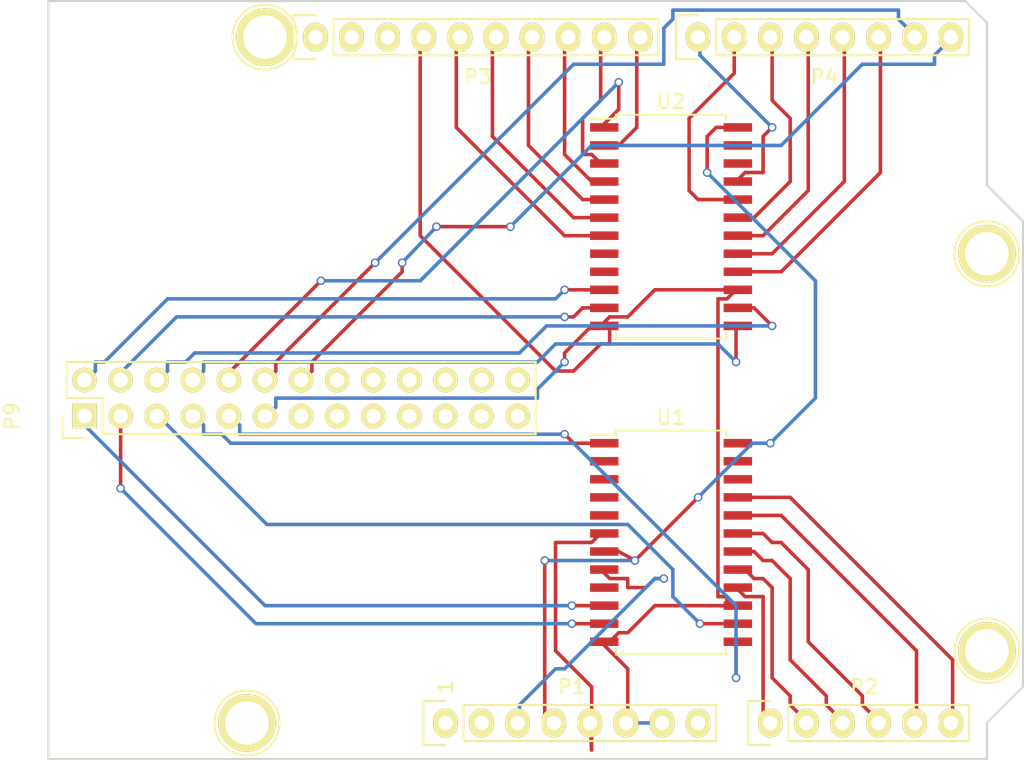
<source format=kicad_pcb>
(kicad_pcb (version 4) (host pcbnew 4.0.4+dfsg1-stable)

  (general
    (links 42)
    (no_connects 0)
    (area 110.922999 72.949999 179.653001 126.440001)
    (thickness 1.6)
    (drawings 10)
    (tracks 308)
    (zones 0)
    (modules 11)
    (nets 69)
  )

  (page A4)
  (title_block
    (date "lun. 30 mars 2015")
  )

  (layers
    (0 F.Cu signal)
    (31 B.Cu signal)
    (32 B.Adhes user)
    (33 F.Adhes user)
    (34 B.Paste user)
    (35 F.Paste user)
    (36 B.SilkS user)
    (37 F.SilkS user)
    (38 B.Mask user)
    (39 F.Mask user)
    (40 Dwgs.User user)
    (41 Cmts.User user)
    (42 Eco1.User user)
    (43 Eco2.User user)
    (44 Edge.Cuts user)
    (45 Margin user)
    (46 B.CrtYd user)
    (47 F.CrtYd user)
    (48 B.Fab user)
    (49 F.Fab user)
  )

  (setup
    (last_trace_width 0.25)
    (trace_clearance 0.2)
    (zone_clearance 0.508)
    (zone_45_only no)
    (trace_min 0.2)
    (segment_width 0.15)
    (edge_width 0.15)
    (via_size 0.6)
    (via_drill 0.4)
    (via_min_size 0.4)
    (via_min_drill 0.3)
    (uvia_size 0.3)
    (uvia_drill 0.1)
    (uvias_allowed no)
    (uvia_min_size 0.2)
    (uvia_min_drill 0.1)
    (pcb_text_width 0.3)
    (pcb_text_size 1.5 1.5)
    (mod_edge_width 0.15)
    (mod_text_size 1 1)
    (mod_text_width 0.15)
    (pad_size 4.064 4.064)
    (pad_drill 3.048)
    (pad_to_mask_clearance 0)
    (aux_axis_origin 110.998 126.365)
    (grid_origin 110.998 126.365)
    (visible_elements FFFFFF7F)
    (pcbplotparams
      (layerselection 0x00030_80000001)
      (usegerberextensions false)
      (excludeedgelayer true)
      (linewidth 0.100000)
      (plotframeref false)
      (viasonmask false)
      (mode 1)
      (useauxorigin false)
      (hpglpennumber 1)
      (hpglpenspeed 20)
      (hpglpendiameter 15)
      (hpglpenoverlay 2)
      (psnegative false)
      (psa4output false)
      (plotreference true)
      (plotvalue true)
      (plotinvisibletext false)
      (padsonsilk false)
      (subtractmaskfromsilk false)
      (outputformat 1)
      (mirror false)
      (drillshape 1)
      (scaleselection 1)
      (outputdirectory ""))
  )

  (net 0 "")
  (net 1 /IOREF)
  (net 2 /Reset)
  (net 3 +5V)
  (net 4 GND)
  (net 5 /Vin)
  (net 6 /A0)
  (net 7 /A1)
  (net 8 /A2)
  (net 9 /A3)
  (net 10 /AREF)
  (net 11 "/A4(SDA)")
  (net 12 "/A5(SCL)")
  (net 13 "/9(**)")
  (net 14 /8)
  (net 15 /7)
  (net 16 "/6(**)")
  (net 17 "/5(**)")
  (net 18 /4)
  (net 19 "/3(**)")
  (net 20 /2)
  (net 21 "/1(Tx)")
  (net 22 "/0(Rx)")
  (net 23 "Net-(P5-Pad1)")
  (net 24 "Net-(P6-Pad1)")
  (net 25 "Net-(P7-Pad1)")
  (net 26 "Net-(P8-Pad1)")
  (net 27 "/13(SCK)")
  (net 28 "/10(**/SS)")
  (net 29 "Net-(P1-Pad1)")
  (net 30 +3V3)
  (net 31 "/12(MISO)")
  (net 32 "/11(**/MOSI)")
  (net 33 "Net-(P9-Pad1)")
  (net 34 "Net-(P9-Pad2)")
  (net 35 "Net-(P9-Pad3)")
  (net 36 "Net-(P9-Pad4)")
  (net 37 "Net-(P9-Pad5)")
  (net 38 "Net-(P9-Pad6)")
  (net 39 "Net-(P9-Pad7)")
  (net 40 "Net-(P9-Pad8)")
  (net 41 "Net-(P9-Pad9)")
  (net 42 "Net-(P9-Pad10)")
  (net 43 "Net-(P9-Pad13)")
  (net 44 "Net-(P9-Pad15)")
  (net 45 "Net-(P9-Pad16)")
  (net 46 "Net-(P9-Pad17)")
  (net 47 "Net-(P9-Pad18)")
  (net 48 "Net-(P9-Pad19)")
  (net 49 "Net-(P9-Pad20)")
  (net 50 "Net-(P9-Pad21)")
  (net 51 "Net-(P9-Pad22)")
  (net 52 "Net-(P9-Pad23)")
  (net 53 "Net-(P9-Pad24)")
  (net 54 "Net-(P9-Pad25)")
  (net 55 "Net-(P9-Pad26)")
  (net 56 "Net-(U1-Pad2)")
  (net 57 "Net-(U1-Pad3)")
  (net 58 "Net-(U1-Pad4)")
  (net 59 "Net-(U1-Pad5)")
  (net 60 "Net-(U1-Pad22)")
  (net 61 "Net-(U1-Pad23)")
  (net 62 "Net-(U2-Pad22)")
  (net 63 "Net-(U2-Pad23)")
  (net 64 "Net-(U2-Pad8)")
  (net 65 "Net-(U2-Pad9)")
  (net 66 "/A5(SCL)(2)")
  (net 67 "/A4(SDA)(2)")
  (net 68 "Net-(U1-Pad9)")

  (net_class Default "This is the default net class."
    (clearance 0.2)
    (trace_width 0.25)
    (via_dia 0.6)
    (via_drill 0.4)
    (uvia_dia 0.3)
    (uvia_drill 0.1)
    (add_net +3V3)
    (add_net +5V)
    (add_net "/0(Rx)")
    (add_net "/1(Tx)")
    (add_net "/10(**/SS)")
    (add_net "/11(**/MOSI)")
    (add_net "/12(MISO)")
    (add_net "/13(SCK)")
    (add_net /2)
    (add_net "/3(**)")
    (add_net /4)
    (add_net "/5(**)")
    (add_net "/6(**)")
    (add_net /7)
    (add_net /8)
    (add_net "/9(**)")
    (add_net /A0)
    (add_net /A1)
    (add_net /A2)
    (add_net /A3)
    (add_net "/A4(SDA)")
    (add_net "/A4(SDA)(2)")
    (add_net "/A5(SCL)")
    (add_net "/A5(SCL)(2)")
    (add_net /AREF)
    (add_net /IOREF)
    (add_net /Reset)
    (add_net /Vin)
    (add_net GND)
    (add_net "Net-(P1-Pad1)")
    (add_net "Net-(P5-Pad1)")
    (add_net "Net-(P6-Pad1)")
    (add_net "Net-(P7-Pad1)")
    (add_net "Net-(P8-Pad1)")
    (add_net "Net-(P9-Pad1)")
    (add_net "Net-(P9-Pad10)")
    (add_net "Net-(P9-Pad13)")
    (add_net "Net-(P9-Pad15)")
    (add_net "Net-(P9-Pad16)")
    (add_net "Net-(P9-Pad17)")
    (add_net "Net-(P9-Pad18)")
    (add_net "Net-(P9-Pad19)")
    (add_net "Net-(P9-Pad2)")
    (add_net "Net-(P9-Pad20)")
    (add_net "Net-(P9-Pad21)")
    (add_net "Net-(P9-Pad22)")
    (add_net "Net-(P9-Pad23)")
    (add_net "Net-(P9-Pad24)")
    (add_net "Net-(P9-Pad25)")
    (add_net "Net-(P9-Pad26)")
    (add_net "Net-(P9-Pad3)")
    (add_net "Net-(P9-Pad4)")
    (add_net "Net-(P9-Pad5)")
    (add_net "Net-(P9-Pad6)")
    (add_net "Net-(P9-Pad7)")
    (add_net "Net-(P9-Pad8)")
    (add_net "Net-(P9-Pad9)")
    (add_net "Net-(U1-Pad2)")
    (add_net "Net-(U1-Pad22)")
    (add_net "Net-(U1-Pad23)")
    (add_net "Net-(U1-Pad3)")
    (add_net "Net-(U1-Pad4)")
    (add_net "Net-(U1-Pad5)")
    (add_net "Net-(U1-Pad9)")
    (add_net "Net-(U2-Pad22)")
    (add_net "Net-(U2-Pad23)")
    (add_net "Net-(U2-Pad8)")
    (add_net "Net-(U2-Pad9)")
  )

  (module Socket_Arduino_Uno:Socket_Strip_Arduino_1x08 locked (layer F.Cu) (tedit 552168D2) (tstamp 551AF9EA)
    (at 138.938 123.825)
    (descr "Through hole socket strip")
    (tags "socket strip")
    (path /56D70129)
    (fp_text reference P1 (at 8.89 -2.54) (layer F.SilkS)
      (effects (font (size 1 1) (thickness 0.15)))
    )
    (fp_text value Power (at 8.89 -4.064) (layer F.Fab)
      (effects (font (size 1 1) (thickness 0.15)))
    )
    (fp_line (start -1.75 -1.75) (end -1.75 1.75) (layer F.CrtYd) (width 0.05))
    (fp_line (start 19.55 -1.75) (end 19.55 1.75) (layer F.CrtYd) (width 0.05))
    (fp_line (start -1.75 -1.75) (end 19.55 -1.75) (layer F.CrtYd) (width 0.05))
    (fp_line (start -1.75 1.75) (end 19.55 1.75) (layer F.CrtYd) (width 0.05))
    (fp_line (start 1.27 1.27) (end 19.05 1.27) (layer F.SilkS) (width 0.15))
    (fp_line (start 19.05 1.27) (end 19.05 -1.27) (layer F.SilkS) (width 0.15))
    (fp_line (start 19.05 -1.27) (end 1.27 -1.27) (layer F.SilkS) (width 0.15))
    (fp_line (start -1.55 1.55) (end 0 1.55) (layer F.SilkS) (width 0.15))
    (fp_line (start 1.27 1.27) (end 1.27 -1.27) (layer F.SilkS) (width 0.15))
    (fp_line (start 0 -1.55) (end -1.55 -1.55) (layer F.SilkS) (width 0.15))
    (fp_line (start -1.55 -1.55) (end -1.55 1.55) (layer F.SilkS) (width 0.15))
    (pad 1 thru_hole oval (at 0 0) (size 1.7272 2.032) (drill 1.016) (layers *.Cu *.Mask F.SilkS)
      (net 29 "Net-(P1-Pad1)"))
    (pad 2 thru_hole oval (at 2.54 0) (size 1.7272 2.032) (drill 1.016) (layers *.Cu *.Mask F.SilkS)
      (net 1 /IOREF))
    (pad 3 thru_hole oval (at 5.08 0) (size 1.7272 2.032) (drill 1.016) (layers *.Cu *.Mask F.SilkS)
      (net 2 /Reset))
    (pad 4 thru_hole oval (at 7.62 0) (size 1.7272 2.032) (drill 1.016) (layers *.Cu *.Mask F.SilkS)
      (net 30 +3V3))
    (pad 5 thru_hole oval (at 10.16 0) (size 1.7272 2.032) (drill 1.016) (layers *.Cu *.Mask F.SilkS)
      (net 3 +5V))
    (pad 6 thru_hole oval (at 12.7 0) (size 1.7272 2.032) (drill 1.016) (layers *.Cu *.Mask F.SilkS)
      (net 4 GND))
    (pad 7 thru_hole oval (at 15.24 0) (size 1.7272 2.032) (drill 1.016) (layers *.Cu *.Mask F.SilkS)
      (net 4 GND))
    (pad 8 thru_hole oval (at 17.78 0) (size 1.7272 2.032) (drill 1.016) (layers *.Cu *.Mask F.SilkS)
      (net 5 /Vin))
    (model ${KIPRJMOD}/Socket_Arduino_Uno.3dshapes/Socket_header_Arduino_1x08.wrl
      (at (xyz 0.35 0 0))
      (scale (xyz 1 1 1))
      (rotate (xyz 0 0 180))
    )
  )

  (module Socket_Arduino_Uno:Socket_Strip_Arduino_1x06 locked (layer F.Cu) (tedit 552168D6) (tstamp 551AF9FF)
    (at 161.798 123.825)
    (descr "Through hole socket strip")
    (tags "socket strip")
    (path /56D70DD8)
    (fp_text reference P2 (at 6.604 -2.54) (layer F.SilkS)
      (effects (font (size 1 1) (thickness 0.15)))
    )
    (fp_text value Analog (at 6.604 -4.064) (layer F.Fab)
      (effects (font (size 1 1) (thickness 0.15)))
    )
    (fp_line (start -1.75 -1.75) (end -1.75 1.75) (layer F.CrtYd) (width 0.05))
    (fp_line (start 14.45 -1.75) (end 14.45 1.75) (layer F.CrtYd) (width 0.05))
    (fp_line (start -1.75 -1.75) (end 14.45 -1.75) (layer F.CrtYd) (width 0.05))
    (fp_line (start -1.75 1.75) (end 14.45 1.75) (layer F.CrtYd) (width 0.05))
    (fp_line (start 1.27 1.27) (end 13.97 1.27) (layer F.SilkS) (width 0.15))
    (fp_line (start 13.97 1.27) (end 13.97 -1.27) (layer F.SilkS) (width 0.15))
    (fp_line (start 13.97 -1.27) (end 1.27 -1.27) (layer F.SilkS) (width 0.15))
    (fp_line (start -1.55 1.55) (end 0 1.55) (layer F.SilkS) (width 0.15))
    (fp_line (start 1.27 1.27) (end 1.27 -1.27) (layer F.SilkS) (width 0.15))
    (fp_line (start 0 -1.55) (end -1.55 -1.55) (layer F.SilkS) (width 0.15))
    (fp_line (start -1.55 -1.55) (end -1.55 1.55) (layer F.SilkS) (width 0.15))
    (pad 1 thru_hole oval (at 0 0) (size 1.7272 2.032) (drill 1.016) (layers *.Cu *.Mask F.SilkS)
      (net 6 /A0))
    (pad 2 thru_hole oval (at 2.54 0) (size 1.7272 2.032) (drill 1.016) (layers *.Cu *.Mask F.SilkS)
      (net 7 /A1))
    (pad 3 thru_hole oval (at 5.08 0) (size 1.7272 2.032) (drill 1.016) (layers *.Cu *.Mask F.SilkS)
      (net 8 /A2))
    (pad 4 thru_hole oval (at 7.62 0) (size 1.7272 2.032) (drill 1.016) (layers *.Cu *.Mask F.SilkS)
      (net 9 /A3))
    (pad 5 thru_hole oval (at 10.16 0) (size 1.7272 2.032) (drill 1.016) (layers *.Cu *.Mask F.SilkS)
      (net 11 "/A4(SDA)"))
    (pad 6 thru_hole oval (at 12.7 0) (size 1.7272 2.032) (drill 1.016) (layers *.Cu *.Mask F.SilkS)
      (net 12 "/A5(SCL)"))
    (model ${KIPRJMOD}/Socket_Arduino_Uno.3dshapes/Socket_header_Arduino_1x06.wrl
      (at (xyz 0.25 0 0))
      (scale (xyz 1 1 1))
      (rotate (xyz 0 0 180))
    )
  )

  (module Socket_Arduino_Uno:Socket_Strip_Arduino_1x10 locked (layer F.Cu) (tedit 552168BF) (tstamp 551AFA18)
    (at 129.794 75.565)
    (descr "Through hole socket strip")
    (tags "socket strip")
    (path /56D721E0)
    (fp_text reference P3 (at 11.43 2.794) (layer F.SilkS)
      (effects (font (size 1 1) (thickness 0.15)))
    )
    (fp_text value Digital (at 11.43 4.318) (layer F.Fab)
      (effects (font (size 1 1) (thickness 0.15)))
    )
    (fp_line (start -1.75 -1.75) (end -1.75 1.75) (layer F.CrtYd) (width 0.05))
    (fp_line (start 24.65 -1.75) (end 24.65 1.75) (layer F.CrtYd) (width 0.05))
    (fp_line (start -1.75 -1.75) (end 24.65 -1.75) (layer F.CrtYd) (width 0.05))
    (fp_line (start -1.75 1.75) (end 24.65 1.75) (layer F.CrtYd) (width 0.05))
    (fp_line (start 1.27 1.27) (end 24.13 1.27) (layer F.SilkS) (width 0.15))
    (fp_line (start 24.13 1.27) (end 24.13 -1.27) (layer F.SilkS) (width 0.15))
    (fp_line (start 24.13 -1.27) (end 1.27 -1.27) (layer F.SilkS) (width 0.15))
    (fp_line (start -1.55 1.55) (end 0 1.55) (layer F.SilkS) (width 0.15))
    (fp_line (start 1.27 1.27) (end 1.27 -1.27) (layer F.SilkS) (width 0.15))
    (fp_line (start 0 -1.55) (end -1.55 -1.55) (layer F.SilkS) (width 0.15))
    (fp_line (start -1.55 -1.55) (end -1.55 1.55) (layer F.SilkS) (width 0.15))
    (pad 1 thru_hole oval (at 0 0) (size 1.7272 2.032) (drill 1.016) (layers *.Cu *.Mask F.SilkS)
      (net 66 "/A5(SCL)(2)"))
    (pad 2 thru_hole oval (at 2.54 0) (size 1.7272 2.032) (drill 1.016) (layers *.Cu *.Mask F.SilkS)
      (net 67 "/A4(SDA)(2)"))
    (pad 3 thru_hole oval (at 5.08 0) (size 1.7272 2.032) (drill 1.016) (layers *.Cu *.Mask F.SilkS)
      (net 10 /AREF))
    (pad 4 thru_hole oval (at 7.62 0) (size 1.7272 2.032) (drill 1.016) (layers *.Cu *.Mask F.SilkS)
      (net 4 GND))
    (pad 5 thru_hole oval (at 10.16 0) (size 1.7272 2.032) (drill 1.016) (layers *.Cu *.Mask F.SilkS)
      (net 27 "/13(SCK)"))
    (pad 6 thru_hole oval (at 12.7 0) (size 1.7272 2.032) (drill 1.016) (layers *.Cu *.Mask F.SilkS)
      (net 31 "/12(MISO)"))
    (pad 7 thru_hole oval (at 15.24 0) (size 1.7272 2.032) (drill 1.016) (layers *.Cu *.Mask F.SilkS)
      (net 32 "/11(**/MOSI)"))
    (pad 8 thru_hole oval (at 17.78 0) (size 1.7272 2.032) (drill 1.016) (layers *.Cu *.Mask F.SilkS)
      (net 28 "/10(**/SS)"))
    (pad 9 thru_hole oval (at 20.32 0) (size 1.7272 2.032) (drill 1.016) (layers *.Cu *.Mask F.SilkS)
      (net 13 "/9(**)"))
    (pad 10 thru_hole oval (at 22.86 0) (size 1.7272 2.032) (drill 1.016) (layers *.Cu *.Mask F.SilkS)
      (net 14 /8))
    (model ${KIPRJMOD}/Socket_Arduino_Uno.3dshapes/Socket_header_Arduino_1x10.wrl
      (at (xyz 0.45 0 0))
      (scale (xyz 1 1 1))
      (rotate (xyz 0 0 180))
    )
  )

  (module Socket_Arduino_Uno:Socket_Strip_Arduino_1x08 locked (layer F.Cu) (tedit 552168C7) (tstamp 551AFA2F)
    (at 156.718 75.565)
    (descr "Through hole socket strip")
    (tags "socket strip")
    (path /56D7164F)
    (fp_text reference P4 (at 8.89 2.794) (layer F.SilkS)
      (effects (font (size 1 1) (thickness 0.15)))
    )
    (fp_text value Digital (at 8.89 4.318) (layer F.Fab)
      (effects (font (size 1 1) (thickness 0.15)))
    )
    (fp_line (start -1.75 -1.75) (end -1.75 1.75) (layer F.CrtYd) (width 0.05))
    (fp_line (start 19.55 -1.75) (end 19.55 1.75) (layer F.CrtYd) (width 0.05))
    (fp_line (start -1.75 -1.75) (end 19.55 -1.75) (layer F.CrtYd) (width 0.05))
    (fp_line (start -1.75 1.75) (end 19.55 1.75) (layer F.CrtYd) (width 0.05))
    (fp_line (start 1.27 1.27) (end 19.05 1.27) (layer F.SilkS) (width 0.15))
    (fp_line (start 19.05 1.27) (end 19.05 -1.27) (layer F.SilkS) (width 0.15))
    (fp_line (start 19.05 -1.27) (end 1.27 -1.27) (layer F.SilkS) (width 0.15))
    (fp_line (start -1.55 1.55) (end 0 1.55) (layer F.SilkS) (width 0.15))
    (fp_line (start 1.27 1.27) (end 1.27 -1.27) (layer F.SilkS) (width 0.15))
    (fp_line (start 0 -1.55) (end -1.55 -1.55) (layer F.SilkS) (width 0.15))
    (fp_line (start -1.55 -1.55) (end -1.55 1.55) (layer F.SilkS) (width 0.15))
    (pad 1 thru_hole oval (at 0 0) (size 1.7272 2.032) (drill 1.016) (layers *.Cu *.Mask F.SilkS)
      (net 15 /7))
    (pad 2 thru_hole oval (at 2.54 0) (size 1.7272 2.032) (drill 1.016) (layers *.Cu *.Mask F.SilkS)
      (net 16 "/6(**)"))
    (pad 3 thru_hole oval (at 5.08 0) (size 1.7272 2.032) (drill 1.016) (layers *.Cu *.Mask F.SilkS)
      (net 17 "/5(**)"))
    (pad 4 thru_hole oval (at 7.62 0) (size 1.7272 2.032) (drill 1.016) (layers *.Cu *.Mask F.SilkS)
      (net 18 /4))
    (pad 5 thru_hole oval (at 10.16 0) (size 1.7272 2.032) (drill 1.016) (layers *.Cu *.Mask F.SilkS)
      (net 19 "/3(**)"))
    (pad 6 thru_hole oval (at 12.7 0) (size 1.7272 2.032) (drill 1.016) (layers *.Cu *.Mask F.SilkS)
      (net 20 /2))
    (pad 7 thru_hole oval (at 15.24 0) (size 1.7272 2.032) (drill 1.016) (layers *.Cu *.Mask F.SilkS)
      (net 21 "/1(Tx)"))
    (pad 8 thru_hole oval (at 17.78 0) (size 1.7272 2.032) (drill 1.016) (layers *.Cu *.Mask F.SilkS)
      (net 22 "/0(Rx)"))
    (model ${KIPRJMOD}/Socket_Arduino_Uno.3dshapes/Socket_header_Arduino_1x08.wrl
      (at (xyz 0.35 0 0))
      (scale (xyz 1 1 1))
      (rotate (xyz 0 0 180))
    )
  )

  (module Socket_Arduino_Uno:Arduino_1pin locked (layer F.Cu) (tedit 5524FC39) (tstamp 5524FC3F)
    (at 124.968 123.825)
    (descr "module 1 pin (ou trou mecanique de percage)")
    (tags DEV)
    (path /56D71177)
    (fp_text reference P5 (at 0 -3.048) (layer F.SilkS) hide
      (effects (font (size 1 1) (thickness 0.15)))
    )
    (fp_text value CONN_01X01 (at 0 2.794) (layer F.Fab) hide
      (effects (font (size 1 1) (thickness 0.15)))
    )
    (fp_circle (center 0 0) (end 0 -2.286) (layer F.SilkS) (width 0.15))
    (pad 1 thru_hole circle (at 0 0) (size 4.064 4.064) (drill 3.048) (layers *.Cu *.Mask F.SilkS)
      (net 23 "Net-(P5-Pad1)"))
  )

  (module Socket_Arduino_Uno:Arduino_1pin locked (layer F.Cu) (tedit 5524FC4A) (tstamp 5524FC44)
    (at 177.038 118.745)
    (descr "module 1 pin (ou trou mecanique de percage)")
    (tags DEV)
    (path /56D71274)
    (fp_text reference P6 (at 0 -3.048) (layer F.SilkS) hide
      (effects (font (size 1 1) (thickness 0.15)))
    )
    (fp_text value CONN_01X01 (at 0 2.794) (layer F.Fab) hide
      (effects (font (size 1 1) (thickness 0.15)))
    )
    (fp_circle (center 0 0) (end 0 -2.286) (layer F.SilkS) (width 0.15))
    (pad 1 thru_hole circle (at 0 0) (size 4.064 4.064) (drill 3.048) (layers *.Cu *.Mask F.SilkS)
      (net 24 "Net-(P6-Pad1)"))
  )

  (module Socket_Arduino_Uno:Arduino_1pin locked (layer F.Cu) (tedit 5524FC2F) (tstamp 5524FC49)
    (at 126.238 75.565)
    (descr "module 1 pin (ou trou mecanique de percage)")
    (tags DEV)
    (path /56D712A8)
    (fp_text reference P7 (at 0 -3.048) (layer F.SilkS) hide
      (effects (font (size 1 1) (thickness 0.15)))
    )
    (fp_text value CONN_01X01 (at 0 2.794) (layer F.Fab) hide
      (effects (font (size 1 1) (thickness 0.15)))
    )
    (fp_circle (center 0 0) (end 0 -2.286) (layer F.SilkS) (width 0.15))
    (pad 1 thru_hole circle (at 0 0) (size 4.064 4.064) (drill 3.048) (layers *.Cu *.Mask F.SilkS)
      (net 25 "Net-(P7-Pad1)"))
  )

  (module Socket_Arduino_Uno:Arduino_1pin locked (layer F.Cu) (tedit 5524FC41) (tstamp 5524FC4E)
    (at 177.038 90.805)
    (descr "module 1 pin (ou trou mecanique de percage)")
    (tags DEV)
    (path /56D712DB)
    (fp_text reference P8 (at 0 -3.048) (layer F.SilkS) hide
      (effects (font (size 1 1) (thickness 0.15)))
    )
    (fp_text value CONN_01X01 (at 0 2.794) (layer F.Fab) hide
      (effects (font (size 1 1) (thickness 0.15)))
    )
    (fp_circle (center 0 0) (end 0 -2.286) (layer F.SilkS) (width 0.15))
    (pad 1 thru_hole circle (at 0 0) (size 4.064 4.064) (drill 3.048) (layers *.Cu *.Mask F.SilkS)
      (net 26 "Net-(P8-Pad1)"))
  )

  (module Pin_Headers:Pin_Header_Straight_2x13 (layer F.Cu) (tedit 0) (tstamp 58617563)
    (at 113.538 102.235 90)
    (descr "Through hole pin header")
    (tags "pin header")
    (path /58616646)
    (fp_text reference P9 (at 0 -5.1 90) (layer F.SilkS)
      (effects (font (size 1 1) (thickness 0.15)))
    )
    (fp_text value CONN_02X13 (at 0 -3.1 90) (layer F.Fab)
      (effects (font (size 1 1) (thickness 0.15)))
    )
    (fp_line (start -1.75 -1.75) (end -1.75 32.25) (layer F.CrtYd) (width 0.05))
    (fp_line (start 4.3 -1.75) (end 4.3 32.25) (layer F.CrtYd) (width 0.05))
    (fp_line (start -1.75 -1.75) (end 4.3 -1.75) (layer F.CrtYd) (width 0.05))
    (fp_line (start -1.75 32.25) (end 4.3 32.25) (layer F.CrtYd) (width 0.05))
    (fp_line (start 3.81 -1.27) (end 3.81 31.75) (layer F.SilkS) (width 0.15))
    (fp_line (start -1.27 1.27) (end -1.27 31.75) (layer F.SilkS) (width 0.15))
    (fp_line (start 3.81 31.75) (end -1.27 31.75) (layer F.SilkS) (width 0.15))
    (fp_line (start 3.81 -1.27) (end 1.27 -1.27) (layer F.SilkS) (width 0.15))
    (fp_line (start 0 -1.55) (end -1.55 -1.55) (layer F.SilkS) (width 0.15))
    (fp_line (start 1.27 -1.27) (end 1.27 1.27) (layer F.SilkS) (width 0.15))
    (fp_line (start 1.27 1.27) (end -1.27 1.27) (layer F.SilkS) (width 0.15))
    (fp_line (start -1.55 -1.55) (end -1.55 0) (layer F.SilkS) (width 0.15))
    (pad 1 thru_hole rect (at 0 0 90) (size 1.7272 1.7272) (drill 1.016) (layers *.Cu *.Mask F.SilkS)
      (net 33 "Net-(P9-Pad1)"))
    (pad 2 thru_hole oval (at 2.54 0 90) (size 1.7272 1.7272) (drill 1.016) (layers *.Cu *.Mask F.SilkS)
      (net 34 "Net-(P9-Pad2)"))
    (pad 3 thru_hole oval (at 0 2.54 90) (size 1.7272 1.7272) (drill 1.016) (layers *.Cu *.Mask F.SilkS)
      (net 35 "Net-(P9-Pad3)"))
    (pad 4 thru_hole oval (at 2.54 2.54 90) (size 1.7272 1.7272) (drill 1.016) (layers *.Cu *.Mask F.SilkS)
      (net 36 "Net-(P9-Pad4)"))
    (pad 5 thru_hole oval (at 0 5.08 90) (size 1.7272 1.7272) (drill 1.016) (layers *.Cu *.Mask F.SilkS)
      (net 37 "Net-(P9-Pad5)"))
    (pad 6 thru_hole oval (at 2.54 5.08 90) (size 1.7272 1.7272) (drill 1.016) (layers *.Cu *.Mask F.SilkS)
      (net 38 "Net-(P9-Pad6)"))
    (pad 7 thru_hole oval (at 0 7.62 90) (size 1.7272 1.7272) (drill 1.016) (layers *.Cu *.Mask F.SilkS)
      (net 39 "Net-(P9-Pad7)"))
    (pad 8 thru_hole oval (at 2.54 7.62 90) (size 1.7272 1.7272) (drill 1.016) (layers *.Cu *.Mask F.SilkS)
      (net 40 "Net-(P9-Pad8)"))
    (pad 9 thru_hole oval (at 0 10.16 90) (size 1.7272 1.7272) (drill 1.016) (layers *.Cu *.Mask F.SilkS)
      (net 41 "Net-(P9-Pad9)"))
    (pad 10 thru_hole oval (at 2.54 10.16 90) (size 1.7272 1.7272) (drill 1.016) (layers *.Cu *.Mask F.SilkS)
      (net 42 "Net-(P9-Pad10)"))
    (pad 11 thru_hole oval (at 0 12.7 90) (size 1.7272 1.7272) (drill 1.016) (layers *.Cu *.Mask F.SilkS)
      (net 4 GND))
    (pad 12 thru_hole oval (at 2.54 12.7 90) (size 1.7272 1.7272) (drill 1.016) (layers *.Cu *.Mask F.SilkS)
      (net 21 "/1(Tx)"))
    (pad 13 thru_hole oval (at 0 15.24 90) (size 1.7272 1.7272) (drill 1.016) (layers *.Cu *.Mask F.SilkS)
      (net 43 "Net-(P9-Pad13)"))
    (pad 14 thru_hole oval (at 2.54 15.24 90) (size 1.7272 1.7272) (drill 1.016) (layers *.Cu *.Mask F.SilkS)
      (net 22 "/0(Rx)"))
    (pad 15 thru_hole oval (at 0 17.78 90) (size 1.7272 1.7272) (drill 1.016) (layers *.Cu *.Mask F.SilkS)
      (net 44 "Net-(P9-Pad15)"))
    (pad 16 thru_hole oval (at 2.54 17.78 90) (size 1.7272 1.7272) (drill 1.016) (layers *.Cu *.Mask F.SilkS)
      (net 45 "Net-(P9-Pad16)"))
    (pad 17 thru_hole oval (at 0 20.32 90) (size 1.7272 1.7272) (drill 1.016) (layers *.Cu *.Mask F.SilkS)
      (net 46 "Net-(P9-Pad17)"))
    (pad 18 thru_hole oval (at 2.54 20.32 90) (size 1.7272 1.7272) (drill 1.016) (layers *.Cu *.Mask F.SilkS)
      (net 47 "Net-(P9-Pad18)"))
    (pad 19 thru_hole oval (at 0 22.86 90) (size 1.7272 1.7272) (drill 1.016) (layers *.Cu *.Mask F.SilkS)
      (net 48 "Net-(P9-Pad19)"))
    (pad 20 thru_hole oval (at 2.54 22.86 90) (size 1.7272 1.7272) (drill 1.016) (layers *.Cu *.Mask F.SilkS)
      (net 49 "Net-(P9-Pad20)"))
    (pad 21 thru_hole oval (at 0 25.4 90) (size 1.7272 1.7272) (drill 1.016) (layers *.Cu *.Mask F.SilkS)
      (net 50 "Net-(P9-Pad21)"))
    (pad 22 thru_hole oval (at 2.54 25.4 90) (size 1.7272 1.7272) (drill 1.016) (layers *.Cu *.Mask F.SilkS)
      (net 51 "Net-(P9-Pad22)"))
    (pad 23 thru_hole oval (at 0 27.94 90) (size 1.7272 1.7272) (drill 1.016) (layers *.Cu *.Mask F.SilkS)
      (net 52 "Net-(P9-Pad23)"))
    (pad 24 thru_hole oval (at 2.54 27.94 90) (size 1.7272 1.7272) (drill 1.016) (layers *.Cu *.Mask F.SilkS)
      (net 53 "Net-(P9-Pad24)"))
    (pad 25 thru_hole oval (at 0 30.48 90) (size 1.7272 1.7272) (drill 1.016) (layers *.Cu *.Mask F.SilkS)
      (net 54 "Net-(P9-Pad25)"))
    (pad 26 thru_hole oval (at 2.54 30.48 90) (size 1.7272 1.7272) (drill 1.016) (layers *.Cu *.Mask F.SilkS)
      (net 55 "Net-(P9-Pad26)"))
    (model Pin_Headers.3dshapes/Pin_Header_Straight_2x13.wrl
      (at (xyz 0.05 -0.6 0))
      (scale (xyz 1 1 1))
      (rotate (xyz 0 0 90))
    )
  )

  (module Housings_SOIC:SOIC-24W_7.5x15.4mm_Pitch1.27mm (layer F.Cu) (tedit 5750355D) (tstamp 5861757F)
    (at 154.813 111.125)
    (descr "24-Lead Plastic Small Outline (SO) - Wide, 7.50 mm Body [SOIC] (see Microchip Packaging Specification 00000049BS.pdf)")
    (tags "SOIC 1.27")
    (path /58615C56)
    (attr smd)
    (fp_text reference U1 (at 0 -8.8) (layer F.SilkS)
      (effects (font (size 1 1) (thickness 0.15)))
    )
    (fp_text value CD74HC4067SM96 (at 0 8.8) (layer F.Fab)
      (effects (font (size 1 1) (thickness 0.15)))
    )
    (fp_circle (center -3.25 -7) (end -3.5 -7) (layer F.Fab) (width 0.15))
    (fp_line (start -3.75 -7.7) (end -3.75 7.7) (layer F.Fab) (width 0.15))
    (fp_line (start 3.75 -7.7) (end -3.75 -7.7) (layer F.Fab) (width 0.15))
    (fp_line (start 3.75 7.7) (end 3.75 -7.7) (layer F.Fab) (width 0.15))
    (fp_line (start -3.75 7.7) (end 3.75 7.7) (layer F.Fab) (width 0.15))
    (fp_line (start -5.95 -8.05) (end -5.95 8.05) (layer F.CrtYd) (width 0.05))
    (fp_line (start 5.95 -8.05) (end 5.95 8.05) (layer F.CrtYd) (width 0.05))
    (fp_line (start -5.95 -8.05) (end 5.95 -8.05) (layer F.CrtYd) (width 0.05))
    (fp_line (start -5.95 8.05) (end 5.95 8.05) (layer F.CrtYd) (width 0.05))
    (fp_line (start -3.875 -7.875) (end -3.875 -7.6) (layer F.SilkS) (width 0.15))
    (fp_line (start 3.875 -7.875) (end 3.875 -7.51) (layer F.SilkS) (width 0.15))
    (fp_line (start 3.875 7.875) (end 3.875 7.51) (layer F.SilkS) (width 0.15))
    (fp_line (start -3.875 7.875) (end -3.875 7.51) (layer F.SilkS) (width 0.15))
    (fp_line (start -3.875 -7.875) (end 3.875 -7.875) (layer F.SilkS) (width 0.15))
    (fp_line (start -3.875 7.875) (end 3.875 7.875) (layer F.SilkS) (width 0.15))
    (fp_line (start -3.875 -7.6) (end -5.7 -7.6) (layer F.SilkS) (width 0.15))
    (pad 1 smd rect (at -4.7 -6.985) (size 2 0.6) (layers F.Cu F.Paste F.Mask)
      (net 41 "Net-(P9-Pad9)"))
    (pad 2 smd rect (at -4.7 -5.715) (size 2 0.6) (layers F.Cu F.Paste F.Mask)
      (net 56 "Net-(U1-Pad2)"))
    (pad 3 smd rect (at -4.7 -4.445) (size 2 0.6) (layers F.Cu F.Paste F.Mask)
      (net 57 "Net-(U1-Pad3)"))
    (pad 4 smd rect (at -4.7 -3.175) (size 2 0.6) (layers F.Cu F.Paste F.Mask)
      (net 58 "Net-(U1-Pad4)"))
    (pad 5 smd rect (at -4.7 -1.905) (size 2 0.6) (layers F.Cu F.Paste F.Mask)
      (net 59 "Net-(U1-Pad5)"))
    (pad 6 smd rect (at -4.7 -0.635) (size 2 0.6) (layers F.Cu F.Paste F.Mask)
      (net 3 +5V))
    (pad 7 smd rect (at -4.7 0.635) (size 2 0.6) (layers F.Cu F.Paste F.Mask)
      (net 30 +3V3))
    (pad 8 smd rect (at -4.7 1.905) (size 2 0.6) (layers F.Cu F.Paste F.Mask)
      (net 2 /Reset))
    (pad 9 smd rect (at -4.7 3.175) (size 2 0.6) (layers F.Cu F.Paste F.Mask)
      (net 68 "Net-(U1-Pad9)"))
    (pad 10 smd rect (at -4.7 4.445) (size 2 0.6) (layers F.Cu F.Paste F.Mask)
      (net 33 "Net-(P9-Pad1)"))
    (pad 11 smd rect (at -4.7 5.715) (size 2 0.6) (layers F.Cu F.Paste F.Mask)
      (net 35 "Net-(P9-Pad3)"))
    (pad 12 smd rect (at -4.7 6.985) (size 2 0.6) (layers F.Cu F.Paste F.Mask)
      (net 4 GND))
    (pad 13 smd rect (at 4.7 6.985) (size 2 0.6) (layers F.Cu F.Paste F.Mask)
      (net 39 "Net-(P9-Pad7)"))
    (pad 14 smd rect (at 4.7 5.715) (size 2 0.6) (layers F.Cu F.Paste F.Mask)
      (net 37 "Net-(P9-Pad5)"))
    (pad 15 smd rect (at 4.7 4.445) (size 2 0.6) (layers F.Cu F.Paste F.Mask)
      (net 4 GND))
    (pad 16 smd rect (at 4.7 3.175) (size 2 0.6) (layers F.Cu F.Paste F.Mask)
      (net 6 /A0))
    (pad 17 smd rect (at 4.7 1.905) (size 2 0.6) (layers F.Cu F.Paste F.Mask)
      (net 7 /A1))
    (pad 18 smd rect (at 4.7 0.635) (size 2 0.6) (layers F.Cu F.Paste F.Mask)
      (net 8 /A2))
    (pad 19 smd rect (at 4.7 -0.635) (size 2 0.6) (layers F.Cu F.Paste F.Mask)
      (net 9 /A3))
    (pad 20 smd rect (at 4.7 -1.905) (size 2 0.6) (layers F.Cu F.Paste F.Mask)
      (net 11 "/A4(SDA)"))
    (pad 21 smd rect (at 4.7 -3.175) (size 2 0.6) (layers F.Cu F.Paste F.Mask)
      (net 12 "/A5(SCL)"))
    (pad 22 smd rect (at 4.7 -4.445) (size 2 0.6) (layers F.Cu F.Paste F.Mask)
      (net 60 "Net-(U1-Pad22)"))
    (pad 23 smd rect (at 4.7 -5.715) (size 2 0.6) (layers F.Cu F.Paste F.Mask)
      (net 61 "Net-(U1-Pad23)"))
    (pad 24 smd rect (at 4.7 -6.985) (size 2 0.6) (layers F.Cu F.Paste F.Mask)
      (net 30 +3V3))
    (model Housings_SOIC.3dshapes/SOIC-24_7.5x15.4mm_Pitch1.27mm.wrl
      (at (xyz 0 0 0))
      (scale (xyz 1 1 1))
      (rotate (xyz 0 0 0))
    )
  )

  (module Housings_SOIC:SOIC-24W_7.5x15.4mm_Pitch1.27mm (layer F.Cu) (tedit 5750355D) (tstamp 5861759B)
    (at 154.813 88.9)
    (descr "24-Lead Plastic Small Outline (SO) - Wide, 7.50 mm Body [SOIC] (see Microchip Packaging Specification 00000049BS.pdf)")
    (tags "SOIC 1.27")
    (path /58615CA5)
    (attr smd)
    (fp_text reference U2 (at 0 -8.8) (layer F.SilkS)
      (effects (font (size 1 1) (thickness 0.15)))
    )
    (fp_text value CD74HC4067SM96 (at 0 8.8) (layer F.Fab)
      (effects (font (size 1 1) (thickness 0.15)))
    )
    (fp_circle (center -3.25 -7) (end -3.5 -7) (layer F.Fab) (width 0.15))
    (fp_line (start -3.75 -7.7) (end -3.75 7.7) (layer F.Fab) (width 0.15))
    (fp_line (start 3.75 -7.7) (end -3.75 -7.7) (layer F.Fab) (width 0.15))
    (fp_line (start 3.75 7.7) (end 3.75 -7.7) (layer F.Fab) (width 0.15))
    (fp_line (start -3.75 7.7) (end 3.75 7.7) (layer F.Fab) (width 0.15))
    (fp_line (start -5.95 -8.05) (end -5.95 8.05) (layer F.CrtYd) (width 0.05))
    (fp_line (start 5.95 -8.05) (end 5.95 8.05) (layer F.CrtYd) (width 0.05))
    (fp_line (start -5.95 -8.05) (end 5.95 -8.05) (layer F.CrtYd) (width 0.05))
    (fp_line (start -5.95 8.05) (end 5.95 8.05) (layer F.CrtYd) (width 0.05))
    (fp_line (start -3.875 -7.875) (end -3.875 -7.6) (layer F.SilkS) (width 0.15))
    (fp_line (start 3.875 -7.875) (end 3.875 -7.51) (layer F.SilkS) (width 0.15))
    (fp_line (start 3.875 7.875) (end 3.875 7.51) (layer F.SilkS) (width 0.15))
    (fp_line (start -3.875 7.875) (end -3.875 7.51) (layer F.SilkS) (width 0.15))
    (fp_line (start -3.875 -7.875) (end 3.875 -7.875) (layer F.SilkS) (width 0.15))
    (fp_line (start -3.875 7.875) (end 3.875 7.875) (layer F.SilkS) (width 0.15))
    (fp_line (start -3.875 -7.6) (end -5.7 -7.6) (layer F.SilkS) (width 0.15))
    (pad 1 smd rect (at -4.7 -6.985) (size 2 0.6) (layers F.Cu F.Paste F.Mask)
      (net 42 "Net-(P9-Pad10)"))
    (pad 2 smd rect (at -4.7 -5.715) (size 2 0.6) (layers F.Cu F.Paste F.Mask)
      (net 14 /8))
    (pad 3 smd rect (at -4.7 -4.445) (size 2 0.6) (layers F.Cu F.Paste F.Mask)
      (net 13 "/9(**)"))
    (pad 4 smd rect (at -4.7 -3.175) (size 2 0.6) (layers F.Cu F.Paste F.Mask)
      (net 28 "/10(**/SS)"))
    (pad 5 smd rect (at -4.7 -1.905) (size 2 0.6) (layers F.Cu F.Paste F.Mask)
      (net 32 "/11(**/MOSI)"))
    (pad 6 smd rect (at -4.7 -0.635) (size 2 0.6) (layers F.Cu F.Paste F.Mask)
      (net 31 "/12(MISO)"))
    (pad 7 smd rect (at -4.7 0.635) (size 2 0.6) (layers F.Cu F.Paste F.Mask)
      (net 27 "/13(SCK)"))
    (pad 8 smd rect (at -4.7 1.905) (size 2 0.6) (layers F.Cu F.Paste F.Mask)
      (net 64 "Net-(U2-Pad8)"))
    (pad 9 smd rect (at -4.7 3.175) (size 2 0.6) (layers F.Cu F.Paste F.Mask)
      (net 65 "Net-(U2-Pad9)"))
    (pad 10 smd rect (at -4.7 4.445) (size 2 0.6) (layers F.Cu F.Paste F.Mask)
      (net 34 "Net-(P9-Pad2)"))
    (pad 11 smd rect (at -4.7 5.715) (size 2 0.6) (layers F.Cu F.Paste F.Mask)
      (net 36 "Net-(P9-Pad4)"))
    (pad 12 smd rect (at -4.7 6.985) (size 2 0.6) (layers F.Cu F.Paste F.Mask)
      (net 4 GND))
    (pad 13 smd rect (at 4.7 6.985) (size 2 0.6) (layers F.Cu F.Paste F.Mask)
      (net 40 "Net-(P9-Pad8)"))
    (pad 14 smd rect (at 4.7 5.715) (size 2 0.6) (layers F.Cu F.Paste F.Mask)
      (net 38 "Net-(P9-Pad6)"))
    (pad 15 smd rect (at 4.7 4.445) (size 2 0.6) (layers F.Cu F.Paste F.Mask)
      (net 4 GND))
    (pad 16 smd rect (at 4.7 3.175) (size 2 0.6) (layers F.Cu F.Paste F.Mask)
      (net 20 /2))
    (pad 17 smd rect (at 4.7 1.905) (size 2 0.6) (layers F.Cu F.Paste F.Mask)
      (net 19 "/3(**)"))
    (pad 18 smd rect (at 4.7 0.635) (size 2 0.6) (layers F.Cu F.Paste F.Mask)
      (net 18 /4))
    (pad 19 smd rect (at 4.7 -0.635) (size 2 0.6) (layers F.Cu F.Paste F.Mask)
      (net 17 "/5(**)"))
    (pad 20 smd rect (at 4.7 -1.905) (size 2 0.6) (layers F.Cu F.Paste F.Mask)
      (net 16 "/6(**)"))
    (pad 21 smd rect (at 4.7 -3.175) (size 2 0.6) (layers F.Cu F.Paste F.Mask)
      (net 15 /7))
    (pad 22 smd rect (at 4.7 -4.445) (size 2 0.6) (layers F.Cu F.Paste F.Mask)
      (net 62 "Net-(U2-Pad22)"))
    (pad 23 smd rect (at 4.7 -5.715) (size 2 0.6) (layers F.Cu F.Paste F.Mask)
      (net 63 "Net-(U2-Pad23)"))
    (pad 24 smd rect (at 4.7 -6.985) (size 2 0.6) (layers F.Cu F.Paste F.Mask)
      (net 30 +3V3))
    (model Housings_SOIC.3dshapes/SOIC-24_7.5x15.4mm_Pitch1.27mm.wrl
      (at (xyz 0 0 0))
      (scale (xyz 1 1 1))
      (rotate (xyz 0 0 0))
    )
  )

  (gr_text 1 (at 138.938 121.285 90) (layer F.SilkS)
    (effects (font (size 1 1) (thickness 0.15)))
  )
  (gr_line (start 177.038 74.549) (end 175.514 73.025) (angle 90) (layer Edge.Cuts) (width 0.15))
  (gr_line (start 177.038 85.979) (end 177.038 74.549) (angle 90) (layer Edge.Cuts) (width 0.15))
  (gr_line (start 179.578 88.519) (end 177.038 85.979) (angle 90) (layer Edge.Cuts) (width 0.15))
  (gr_line (start 179.578 121.285) (end 179.578 88.519) (angle 90) (layer Edge.Cuts) (width 0.15))
  (gr_line (start 177.038 123.825) (end 179.578 121.285) (angle 90) (layer Edge.Cuts) (width 0.15))
  (gr_line (start 177.038 126.365) (end 177.038 123.825) (angle 90) (layer Edge.Cuts) (width 0.15))
  (gr_line (start 110.998 126.365) (end 177.038 126.365) (angle 90) (layer Edge.Cuts) (width 0.15))
  (gr_line (start 110.998 73.025) (end 110.998 126.365) (angle 90) (layer Edge.Cuts) (width 0.15))
  (gr_line (start 175.514 73.025) (end 110.998 73.025) (angle 90) (layer Edge.Cuts) (width 0.15))

  (segment (start 147.32 120.015) (end 153.67 113.665) (width 0.25) (layer B.Cu) (net 2) (status 80000))
  (segment (start 153.67 113.665) (end 154.305 113.665) (width 0.25) (layer B.Cu) (net 2) (status 80000))
  (via (at 154.305 113.665) (size 0.6) (layers F.Cu B.Cu) (net 2) (status 80000))
  (segment (start 154.305 113.665) (end 153.67 113.665) (width 0.25) (layer F.Cu) (net 2) (status 80000))
  (segment (start 153.67 113.665) (end 153.035 114.3) (width 0.25) (layer F.Cu) (net 2) (status 80000))
  (segment (start 153.035 114.3) (end 151.765 114.3) (width 0.25) (layer F.Cu) (net 2) (status 80000))
  (segment (start 144.018 123.825) (end 144.145 123.825) (width 0.25) (layer B.Cu) (net 2) (status 80000))
  (segment (start 144.145 123.825) (end 144.145 122.555) (width 0.25) (layer B.Cu) (net 2) (status 80000))
  (segment (start 144.145 122.555) (end 146.685 120.015) (width 0.25) (layer B.Cu) (net 2) (status 80000))
  (segment (start 146.685 120.015) (end 147.32 120.015) (width 0.25) (layer B.Cu) (net 2) (status 80000))
  (segment (start 151.765 114.3) (end 151.765 113.665) (width 0.25) (layer F.Cu) (net 2) (status 80000))
  (segment (start 151.765 113.665) (end 150.495 113.665) (width 0.25) (layer F.Cu) (net 2) (status 80000))
  (segment (start 150.495 113.665) (end 149.86 113.03) (width 0.25) (layer F.Cu) (net 2) (status 80020))
  (segment (start 149.86 113.03) (end 150.113 113.03) (width 0.25) (layer F.Cu) (net 2) (tstamp 5861895C) (status 80030))
  (segment (start 150.113 110.49) (end 149.86 110.49) (width 0.25) (layer F.Cu) (net 3) (status 80030))
  (segment (start 149.86 110.49) (end 149.225 111.125) (width 0.25) (layer F.Cu) (net 3) (status 80010))
  (segment (start 149.225 111.125) (end 146.685 111.125) (width 0.25) (layer F.Cu) (net 3) (status 80000))
  (segment (start 146.685 111.125) (end 146.685 118.745) (width 0.25) (layer F.Cu) (net 3) (status 80000))
  (segment (start 146.685 118.745) (end 149.225 121.285) (width 0.25) (layer F.Cu) (net 3) (status 80000))
  (segment (start 149.225 121.285) (end 149.225 125.73) (width 0.25) (layer F.Cu) (net 3) (status 80000))
  (segment (start 149.225 125.73) (end 149.098 123.825) (width 0.25) (layer F.Cu) (net 3) (tstamp 58618950) (status 80000))
  (segment (start 150.113 95.885) (end 150.495 95.885) (width 0.25) (layer F.Cu) (net 4) (status 80030))
  (segment (start 150.495 95.885) (end 150.495 97.155) (width 0.25) (layer F.Cu) (net 4) (status 80010))
  (segment (start 150.495 97.155) (end 149.86 97.155) (width 0.25) (layer F.Cu) (net 4) (status 80000))
  (segment (start 149.86 97.155) (end 147.955 99.06) (width 0.25) (layer F.Cu) (net 4) (status 80000))
  (segment (start 147.955 99.06) (end 146.685 99.06) (width 0.25) (layer F.Cu) (net 4) (status 80000))
  (segment (start 146.685 99.06) (end 137.16 89.535) (width 0.25) (layer F.Cu) (net 4) (status 80000))
  (segment (start 137.16 89.535) (end 137.16 75.565) (width 0.25) (layer F.Cu) (net 4) (status 80000))
  (segment (start 137.16 75.565) (end 137.414 75.565) (width 0.25) (layer F.Cu) (net 4) (tstamp 58618965) (status 80000))
  (segment (start 150.113 95.885) (end 149.225 95.885) (width 0.25) (layer F.Cu) (net 4) (status 80030))
  (segment (start 149.225 95.885) (end 147.32 97.79) (width 0.25) (layer F.Cu) (net 4) (status 80010))
  (segment (start 147.32 97.79) (end 147.32 98.425) (width 0.25) (layer F.Cu) (net 4) (status 80000))
  (via (at 147.32 98.425) (size 0.6) (layers F.Cu B.Cu) (net 4) (status 80000))
  (segment (start 147.32 98.425) (end 145.415 100.33) (width 0.25) (layer B.Cu) (net 4) (status 80000))
  (segment (start 145.415 100.33) (end 145.415 100.965) (width 0.25) (layer B.Cu) (net 4) (status 80000))
  (segment (start 145.415 100.965) (end 127 100.965) (width 0.25) (layer B.Cu) (net 4) (status 80000))
  (segment (start 127 100.965) (end 127 101.6) (width 0.25) (layer B.Cu) (net 4) (status 80000))
  (segment (start 127 101.6) (end 126.365 102.235) (width 0.25) (layer B.Cu) (net 4) (status 80000))
  (segment (start 126.365 102.235) (end 126.238 102.235) (width 0.25) (layer B.Cu) (net 4) (tstamp 5861895F) (status 80000))
  (segment (start 159.513 115.57) (end 158.75 115.57) (width 0.25) (layer F.Cu) (net 4) (status 80030))
  (segment (start 158.75 115.57) (end 158.75 114.935) (width 0.25) (layer F.Cu) (net 4) (status 80010))
  (segment (start 158.75 114.935) (end 158.115 114.935) (width 0.25) (layer F.Cu) (net 4) (status 80000))
  (segment (start 158.115 114.935) (end 158.115 93.98) (width 0.25) (layer F.Cu) (net 4) (status 80000))
  (segment (start 158.115 93.98) (end 158.75 93.98) (width 0.25) (layer F.Cu) (net 4) (status 80000))
  (segment (start 158.75 93.98) (end 159.385 93.345) (width 0.25) (layer F.Cu) (net 4) (status 80020))
  (segment (start 159.385 93.345) (end 159.513 93.345) (width 0.25) (layer F.Cu) (net 4) (tstamp 58618957) (status 80030))
  (segment (start 159.513 93.345) (end 153.67 93.345) (width 0.25) (layer F.Cu) (net 4) (status 80010))
  (segment (start 153.67 93.345) (end 151.765 95.25) (width 0.25) (layer F.Cu) (net 4) (status 80000))
  (segment (start 151.765 95.25) (end 150.495 95.25) (width 0.25) (layer F.Cu) (net 4) (status 80000))
  (segment (start 150.495 95.25) (end 149.86 95.885) (width 0.25) (layer F.Cu) (net 4) (status 80020))
  (segment (start 149.86 95.885) (end 150.113 95.885) (width 0.25) (layer F.Cu) (net 4) (tstamp 58618953) (status 80030))
  (segment (start 159.513 115.57) (end 153.67 115.57) (width 0.25) (layer F.Cu) (net 4) (status 80010))
  (segment (start 153.67 115.57) (end 151.765 117.475) (width 0.25) (layer F.Cu) (net 4) (status 80000))
  (segment (start 151.765 117.475) (end 151.13 117.475) (width 0.25) (layer F.Cu) (net 4) (status 80000))
  (segment (start 151.13 117.475) (end 150.495 118.11) (width 0.25) (layer F.Cu) (net 4) (status 80020))
  (segment (start 150.495 118.11) (end 150.113 118.11) (width 0.25) (layer F.Cu) (net 4) (status 80030))
  (segment (start 150.113 118.11) (end 149.86 118.11) (width 0.25) (layer F.Cu) (net 4) (status 80030))
  (segment (start 149.86 118.11) (end 151.765 120.015) (width 0.25) (layer F.Cu) (net 4) (status 80010))
  (segment (start 151.765 120.015) (end 151.765 123.825) (width 0.25) (layer F.Cu) (net 4) (status 80000))
  (segment (start 151.765 123.825) (end 151.638 123.825) (width 0.25) (layer F.Cu) (net 4) (tstamp 5861894F) (status 80000))
  (segment (start 151.638 123.825) (end 154.178 123.825) (width 0.25) (layer B.Cu) (net 4) (status 80000))
  (segment (start 161.798 123.825) (end 161.925 123.825) (width 0.25) (layer F.Cu) (net 6) (status 80000))
  (segment (start 161.925 123.825) (end 161.29 123.19) (width 0.25) (layer F.Cu) (net 6) (status 80000))
  (segment (start 161.29 123.19) (end 161.29 114.935) (width 0.25) (layer F.Cu) (net 6) (status 80000))
  (segment (start 161.29 114.935) (end 160.02 114.935) (width 0.25) (layer F.Cu) (net 6) (status 80000))
  (segment (start 160.02 114.935) (end 159.385 114.3) (width 0.25) (layer F.Cu) (net 6) (status 80020))
  (segment (start 159.385 114.3) (end 159.513 114.3) (width 0.25) (layer F.Cu) (net 6) (tstamp 58618952) (status 80030))
  (segment (start 164.338 123.825) (end 164.465 123.825) (width 0.25) (layer F.Cu) (net 7) (status 80000))
  (segment (start 164.465 123.825) (end 163.195 122.555) (width 0.25) (layer F.Cu) (net 7) (status 80000))
  (segment (start 163.195 122.555) (end 163.195 121.92) (width 0.25) (layer F.Cu) (net 7) (status 80000))
  (segment (start 163.195 121.92) (end 161.925 120.65) (width 0.25) (layer F.Cu) (net 7) (status 80000))
  (segment (start 161.925 120.65) (end 161.925 114.3) (width 0.25) (layer F.Cu) (net 7) (status 80000))
  (segment (start 161.925 114.3) (end 161.29 113.665) (width 0.25) (layer F.Cu) (net 7) (status 80000))
  (segment (start 161.29 113.665) (end 160.655 113.665) (width 0.25) (layer F.Cu) (net 7) (status 80000))
  (segment (start 160.655 113.665) (end 160.02 113.03) (width 0.25) (layer F.Cu) (net 7) (status 80020))
  (segment (start 160.02 113.03) (end 159.513 113.03) (width 0.25) (layer F.Cu) (net 7) (status 80030))
  (segment (start 166.878 123.825) (end 167.005 123.825) (width 0.25) (layer F.Cu) (net 8) (status 80000))
  (segment (start 167.005 123.825) (end 165.735 122.555) (width 0.25) (layer F.Cu) (net 8) (status 80000))
  (segment (start 165.735 122.555) (end 165.735 121.92) (width 0.25) (layer F.Cu) (net 8) (status 80000))
  (segment (start 165.735 121.92) (end 163.195 119.38) (width 0.25) (layer F.Cu) (net 8) (status 80000))
  (segment (start 163.195 119.38) (end 163.195 113.665) (width 0.25) (layer F.Cu) (net 8) (status 80000))
  (segment (start 163.195 113.665) (end 161.925 112.395) (width 0.25) (layer F.Cu) (net 8) (status 80000))
  (segment (start 161.925 112.395) (end 161.29 112.395) (width 0.25) (layer F.Cu) (net 8) (status 80000))
  (segment (start 161.29 112.395) (end 160.655 111.76) (width 0.25) (layer F.Cu) (net 8) (status 80000))
  (segment (start 160.655 111.76) (end 159.513 111.76) (width 0.25) (layer F.Cu) (net 8) (status 80020))
  (segment (start 169.418 123.825) (end 169.545 123.825) (width 0.25) (layer F.Cu) (net 9) (status 80000))
  (segment (start 169.545 123.825) (end 168.275 122.555) (width 0.25) (layer F.Cu) (net 9) (status 80000))
  (segment (start 168.275 122.555) (end 168.275 121.92) (width 0.25) (layer F.Cu) (net 9) (status 80000))
  (segment (start 168.275 121.92) (end 164.465 118.11) (width 0.25) (layer F.Cu) (net 9) (status 80000))
  (segment (start 164.465 118.11) (end 164.465 113.03) (width 0.25) (layer F.Cu) (net 9) (status 80000))
  (segment (start 164.465 113.03) (end 162.56 111.125) (width 0.25) (layer F.Cu) (net 9) (status 80000))
  (segment (start 162.56 111.125) (end 161.925 111.125) (width 0.25) (layer F.Cu) (net 9) (status 80000))
  (segment (start 161.925 111.125) (end 161.29 110.49) (width 0.25) (layer F.Cu) (net 9) (status 80000))
  (segment (start 161.29 110.49) (end 159.513 110.49) (width 0.25) (layer F.Cu) (net 9) (status 80020))
  (segment (start 159.513 109.22) (end 162.56 109.22) (width 0.25) (layer F.Cu) (net 11) (status 80010))
  (segment (start 162.56 109.22) (end 172.085 118.745) (width 0.25) (layer F.Cu) (net 11) (status 80000))
  (segment (start 172.085 118.745) (end 172.085 123.825) (width 0.25) (layer F.Cu) (net 11) (status 80000))
  (segment (start 172.085 123.825) (end 171.958 123.825) (width 0.25) (layer F.Cu) (net 11) (tstamp 58618966) (status 80000))
  (segment (start 159.385 107.95) (end 159.513 107.95) (width 0.25) (layer F.Cu) (net 12) (tstamp 5861896C) (status 80030))
  (segment (start 159.513 107.95) (end 163.195 107.95) (width 0.25) (layer F.Cu) (net 12) (status 80010))
  (segment (start 163.195 107.95) (end 174.625 119.38) (width 0.25) (layer F.Cu) (net 12) (status 80000))
  (segment (start 174.625 119.38) (end 174.625 123.825) (width 0.25) (layer F.Cu) (net 12) (status 80000))
  (segment (start 174.625 123.825) (end 174.498 123.825) (width 0.25) (layer F.Cu) (net 12) (tstamp 58618967) (status 80000))
  (segment (start 150.113 84.455) (end 149.86 84.455) (width 0.25) (layer F.Cu) (net 13) (status 80030))
  (segment (start 149.86 84.455) (end 149.225 83.82) (width 0.25) (layer F.Cu) (net 13) (status 80010))
  (segment (start 149.225 83.82) (end 148.59 83.82) (width 0.25) (layer F.Cu) (net 13) (status 80000))
  (segment (start 148.59 83.82) (end 148.59 81.28) (width 0.25) (layer F.Cu) (net 13) (status 80000))
  (segment (start 148.59 81.28) (end 149.86 80.01) (width 0.25) (layer F.Cu) (net 13) (status 80000))
  (segment (start 149.86 80.01) (end 149.86 75.565) (width 0.25) (layer F.Cu) (net 13) (status 80000))
  (segment (start 149.86 75.565) (end 150.114 75.565) (width 0.25) (layer F.Cu) (net 13) (tstamp 5861894D) (status 80000))
  (segment (start 150.113 83.185) (end 151.13 83.185) (width 0.25) (layer F.Cu) (net 14) (status 80010))
  (segment (start 151.13 83.185) (end 152.4 81.915) (width 0.25) (layer F.Cu) (net 14) (status 80000))
  (segment (start 152.4 81.915) (end 152.4 75.565) (width 0.25) (layer F.Cu) (net 14) (status 80000))
  (segment (start 152.4 75.565) (end 152.654 75.565) (width 0.25) (layer F.Cu) (net 14) (tstamp 58618951) (status 80000))
  (segment (start 156.718 75.565) (end 156.845 75.565) (width 0.25) (layer B.Cu) (net 15) (status 80000))
  (segment (start 156.845 75.565) (end 156.845 76.835) (width 0.25) (layer B.Cu) (net 15) (status 80000))
  (segment (start 156.845 76.835) (end 161.925 81.915) (width 0.25) (layer B.Cu) (net 15) (status 80000))
  (via (at 161.925 81.915) (size 0.6) (layers F.Cu B.Cu) (net 15) (status 80000))
  (segment (start 161.925 81.915) (end 161.29 82.55) (width 0.25) (layer F.Cu) (net 15) (status 80000))
  (segment (start 161.29 82.55) (end 161.29 85.09) (width 0.25) (layer F.Cu) (net 15) (status 80000))
  (segment (start 161.29 85.09) (end 160.02 85.09) (width 0.25) (layer F.Cu) (net 15) (status 80000))
  (segment (start 160.02 85.09) (end 159.385 85.725) (width 0.25) (layer F.Cu) (net 15) (status 80020))
  (segment (start 159.385 85.725) (end 159.513 85.725) (width 0.25) (layer F.Cu) (net 15) (tstamp 58618955) (status 80030))
  (segment (start 159.258 75.565) (end 159.258 78.105) (width 0.25) (layer F.Cu) (net 16))
  (segment (start 156.718 86.995) (end 159.513 86.995) (width 0.25) (layer F.Cu) (net 16) (tstamp 58618BFE))
  (segment (start 156.083 86.36) (end 156.718 86.995) (width 0.25) (layer F.Cu) (net 16) (tstamp 58618BFD))
  (segment (start 156.083 81.28) (end 156.083 86.36) (width 0.25) (layer F.Cu) (net 16) (tstamp 58618BFB))
  (segment (start 159.258 78.105) (end 156.083 81.28) (width 0.25) (layer F.Cu) (net 16) (tstamp 58618BFA))
  (segment (start 159.513 86.995) (end 159.385 86.995) (width 0.25) (layer F.Cu) (net 16) (status 80030))
  (segment (start 159.513 88.265) (end 160.655 88.265) (width 0.25) (layer F.Cu) (net 17) (status 80010))
  (segment (start 160.655 88.265) (end 163.195 85.725) (width 0.25) (layer F.Cu) (net 17) (status 80000))
  (segment (start 163.195 85.725) (end 163.195 81.28) (width 0.25) (layer F.Cu) (net 17) (status 80000))
  (segment (start 163.195 81.28) (end 161.925 80.01) (width 0.25) (layer F.Cu) (net 17) (status 80000))
  (segment (start 161.925 80.01) (end 161.925 75.565) (width 0.25) (layer F.Cu) (net 17) (status 80000))
  (segment (start 161.925 75.565) (end 161.798 75.565) (width 0.25) (layer F.Cu) (net 17) (tstamp 58618956) (status 80000))
  (segment (start 159.513 89.535) (end 161.29 89.535) (width 0.25) (layer F.Cu) (net 18) (status 80010))
  (segment (start 161.29 89.535) (end 164.465 86.36) (width 0.25) (layer F.Cu) (net 18) (status 80000))
  (segment (start 164.465 86.36) (end 164.465 75.565) (width 0.25) (layer F.Cu) (net 18) (status 80000))
  (segment (start 164.465 75.565) (end 164.338 75.565) (width 0.25) (layer F.Cu) (net 18) (tstamp 5861895B) (status 80000))
  (segment (start 159.513 90.805) (end 161.925 90.805) (width 0.25) (layer F.Cu) (net 19) (status 80010))
  (segment (start 161.925 90.805) (end 167.005 85.725) (width 0.25) (layer F.Cu) (net 19) (status 80000))
  (segment (start 167.005 85.725) (end 167.005 75.565) (width 0.25) (layer F.Cu) (net 19) (status 80000))
  (segment (start 167.005 75.565) (end 166.878 75.565) (width 0.25) (layer F.Cu) (net 19) (tstamp 5861895E) (status 80000))
  (segment (start 159.513 92.075) (end 162.56 92.075) (width 0.25) (layer F.Cu) (net 20) (status 80010))
  (segment (start 162.56 92.075) (end 169.545 85.09) (width 0.25) (layer F.Cu) (net 20) (status 80000))
  (segment (start 169.545 85.09) (end 169.545 75.565) (width 0.25) (layer F.Cu) (net 20) (status 80000))
  (segment (start 169.545 75.565) (end 169.418 75.565) (width 0.25) (layer F.Cu) (net 20) (tstamp 58618964) (status 80000))
  (segment (start 126.238 99.695) (end 126.365 99.695) (width 0.25) (layer F.Cu) (net 21) (status 80000))
  (segment (start 126.365 99.695) (end 127 99.06) (width 0.25) (layer F.Cu) (net 21) (status 80000))
  (segment (start 127 99.06) (end 127 98.425) (width 0.25) (layer F.Cu) (net 21) (status 80000))
  (segment (start 127 98.425) (end 133.985 91.44) (width 0.25) (layer F.Cu) (net 21) (status 80000))
  (via (at 133.985 91.44) (size 0.6) (layers F.Cu B.Cu) (net 21) (status 80000))
  (segment (start 133.985 91.44) (end 147.955 77.47) (width 0.25) (layer B.Cu) (net 21) (status 80000))
  (segment (start 147.955 77.47) (end 154.305 77.47) (width 0.25) (layer B.Cu) (net 21) (status 80000))
  (segment (start 154.305 77.47) (end 154.305 74.93) (width 0.25) (layer B.Cu) (net 21) (status 80000))
  (segment (start 154.305 74.93) (end 154.94 74.295) (width 0.25) (layer B.Cu) (net 21) (status 80000))
  (segment (start 154.94 74.295) (end 154.94 73.66) (width 0.25) (layer B.Cu) (net 21) (status 80000))
  (segment (start 154.94 73.66) (end 170.815 73.66) (width 0.25) (layer B.Cu) (net 21) (status 80000))
  (segment (start 170.815 73.66) (end 170.815 74.295) (width 0.25) (layer B.Cu) (net 21) (status 80000))
  (segment (start 170.815 74.295) (end 172.085 75.565) (width 0.25) (layer B.Cu) (net 21) (status 80000))
  (segment (start 172.085 75.565) (end 171.958 75.565) (width 0.25) (layer B.Cu) (net 21) (tstamp 5861896B) (status 80000))
  (segment (start 143.51 88.9) (end 138.303 88.9) (width 0.25) (layer F.Cu) (net 22))
  (segment (start 174.625 75.565) (end 173.355 76.835) (width 0.25) (layer B.Cu) (net 22) (status 80000))
  (segment (start 173.355 77.47) (end 173.355 76.835) (width 0.25) (layer B.Cu) (net 22) (status 80000))
  (segment (start 168.275 77.47) (end 173.355 77.47) (width 0.25) (layer B.Cu) (net 22) (status 80000))
  (segment (start 162.56 83.185) (end 168.275 77.47) (width 0.25) (layer B.Cu) (net 22) (status 80000))
  (segment (start 149.225 83.185) (end 162.56 83.185) (width 0.25) (layer B.Cu) (net 22) (status 80000))
  (segment (start 143.51 88.9) (end 149.225 83.185) (width 0.25) (layer B.Cu) (net 22) (status 80000))
  (via (at 143.51 88.9) (size 0.6) (layers F.Cu B.Cu) (net 22) (status 80000))
  (via (at 138.303 88.9) (size 0.6) (layers F.Cu B.Cu) (net 22) (status 80000))
  (segment (start 135.89 91.44) (end 138.303 88.9) (width 0.25) (layer B.Cu) (net 22) (status 80000))
  (via (at 135.89 91.44) (size 0.6) (layers F.Cu B.Cu) (net 22) (status 80000))
  (segment (start 135.89 92.075) (end 135.89 91.44) (width 0.25) (layer F.Cu) (net 22) (status 80000))
  (segment (start 129.54 98.425) (end 135.89 92.075) (width 0.25) (layer F.Cu) (net 22) (status 80000))
  (segment (start 129.54 99.06) (end 129.54 98.425) (width 0.25) (layer F.Cu) (net 22) (status 80000))
  (segment (start 129.54 99.06) (end 128.905 99.695) (width 0.25) (layer F.Cu) (net 22) (status 80000))
  (segment (start 128.778 99.695) (end 128.905 99.695) (width 0.25) (layer F.Cu) (net 22) (status 80000))
  (segment (start 174.625 75.565) (end 174.498 75.565) (width 0.25) (layer B.Cu) (net 22) (tstamp 5861896A) (status 80000))
  (segment (start 150.113 89.535) (end 147.32 89.535) (width 0.25) (layer F.Cu) (net 27) (status 80010))
  (segment (start 147.32 89.535) (end 139.7 81.915) (width 0.25) (layer F.Cu) (net 27) (status 80000))
  (segment (start 139.7 81.915) (end 139.7 75.565) (width 0.25) (layer F.Cu) (net 27) (status 80000))
  (segment (start 139.7 75.565) (end 139.954 75.565) (width 0.25) (layer F.Cu) (net 27) (tstamp 58618963) (status 80000))
  (segment (start 150.113 85.725) (end 149.225 85.725) (width 0.25) (layer F.Cu) (net 28) (status 80030))
  (segment (start 149.225 85.725) (end 147.32 83.82) (width 0.25) (layer F.Cu) (net 28) (status 80010))
  (segment (start 147.32 83.82) (end 147.32 75.565) (width 0.25) (layer F.Cu) (net 28) (status 80000))
  (segment (start 147.32 75.565) (end 147.574 75.565) (width 0.25) (layer F.Cu) (net 28) (tstamp 58618954) (status 80000))
  (segment (start 159.513 81.915) (end 157.988 81.915) (width 0.25) (layer F.Cu) (net 30))
  (segment (start 164.973 100.965) (end 164.973 93.345) (width 0.25) (layer B.Cu) (net 30) (tstamp 58618B69))
  (segment (start 164.973 100.965) (end 161.798 104.14) (width 0.25) (layer B.Cu) (net 30))
  (segment (start 164.973 92.71) (end 164.973 93.345) (width 0.25) (layer B.Cu) (net 30) (tstamp 58618C0A))
  (segment (start 157.353 85.09) (end 164.973 92.71) (width 0.25) (layer B.Cu) (net 30) (tstamp 58618C09))
  (via (at 157.353 85.09) (size 0.6) (drill 0.4) (layers F.Cu B.Cu) (net 30))
  (segment (start 157.353 82.55) (end 157.353 85.09) (width 0.25) (layer F.Cu) (net 30) (tstamp 58618C06))
  (segment (start 157.988 81.915) (end 157.353 82.55) (width 0.25) (layer F.Cu) (net 30) (tstamp 58618C05))
  (segment (start 152.273 112.395) (end 156.718 107.95) (width 0.25) (layer F.Cu) (net 30))
  (segment (start 161.798 104.14) (end 159.513 104.14) (width 0.25) (layer F.Cu) (net 30) (tstamp 58618B57))
  (via (at 161.798 104.14) (size 0.6) (drill 0.4) (layers F.Cu B.Cu) (net 30))
  (segment (start 160.528 104.14) (end 161.798 104.14) (width 0.25) (layer B.Cu) (net 30) (tstamp 58618B54))
  (segment (start 156.718 107.95) (end 160.528 104.14) (width 0.25) (layer B.Cu) (net 30) (tstamp 58618B53))
  (via (at 156.718 107.95) (size 0.6) (drill 0.4) (layers F.Cu B.Cu) (net 30))
  (segment (start 146.558 123.825) (end 145.923 123.19) (width 0.25) (layer F.Cu) (net 30))
  (segment (start 145.923 123.19) (end 145.923 112.395) (width 0.25) (layer F.Cu) (net 30) (tstamp 58618A10))
  (segment (start 151.13 111.76) (end 150.113 111.76) (width 0.25) (layer F.Cu) (net 30) (status 80020))
  (via (at 145.923 112.395) (size 0.6) (drill 0.4) (layers F.Cu B.Cu) (net 30) (status 80000))
  (segment (start 152.273 112.395) (end 145.923 112.395) (width 0.25) (layer B.Cu) (net 30) (status 80000))
  (via (at 152.273 112.395) (size 0.6) (drill 0.4) (layers F.Cu B.Cu) (net 30) (status 80000))
  (segment (start 151.13 111.76) (end 152.273 112.395) (width 0.25) (layer F.Cu) (net 30) (status 80000))
  (segment (start 146.685 123.825) (end 146.558 123.825) (width 0.25) (layer F.Cu) (net 30) (tstamp 58618958) (status 80000))
  (segment (start 150.113 88.265) (end 147.955 88.265) (width 0.25) (layer F.Cu) (net 31) (status 80010))
  (segment (start 147.955 88.265) (end 142.24 82.55) (width 0.25) (layer F.Cu) (net 31) (status 80000))
  (segment (start 142.24 82.55) (end 142.24 75.565) (width 0.25) (layer F.Cu) (net 31) (status 80000))
  (segment (start 142.24 75.565) (end 142.494 75.565) (width 0.25) (layer F.Cu) (net 31) (tstamp 5861895D) (status 80000))
  (segment (start 150.113 86.995) (end 148.59 86.995) (width 0.25) (layer F.Cu) (net 32) (status 80010))
  (segment (start 148.59 86.995) (end 144.78 83.185) (width 0.25) (layer F.Cu) (net 32) (status 80000))
  (segment (start 144.78 83.185) (end 144.78 75.565) (width 0.25) (layer F.Cu) (net 32) (status 80000))
  (segment (start 144.78 75.565) (end 145.034 75.565) (width 0.25) (layer F.Cu) (net 32) (tstamp 58618959) (status 80000))
  (segment (start 113.538 102.235) (end 113.538 102.87) (width 0.25) (layer B.Cu) (net 33))
  (segment (start 113.538 102.87) (end 126.238 115.57) (width 0.25) (layer B.Cu) (net 33) (tstamp 58618AEA))
  (segment (start 126.238 115.57) (end 147.828 115.57) (width 0.25) (layer B.Cu) (net 33) (tstamp 58618AEB))
  (via (at 147.828 115.57) (size 0.6) (drill 0.4) (layers F.Cu B.Cu) (net 33))
  (segment (start 147.828 115.57) (end 148.463 115.57) (width 0.25) (layer F.Cu) (net 33) (tstamp 58618AEE))
  (segment (start 150.113 115.57) (end 148.463 115.57) (width 0.25) (layer F.Cu) (net 33))
  (segment (start 150.113 93.345) (end 147.32 93.345) (width 0.25) (layer F.Cu) (net 34) (status 80010))
  (via (at 147.32 93.345) (size 0.6) (layers F.Cu B.Cu) (net 34) (status 80000))
  (segment (start 147.32 93.345) (end 146.685 93.98) (width 0.25) (layer B.Cu) (net 34) (status 80000))
  (segment (start 146.685 93.98) (end 119.38 93.98) (width 0.25) (layer B.Cu) (net 34) (status 80000))
  (segment (start 119.38 93.98) (end 114.935 98.425) (width 0.25) (layer B.Cu) (net 34) (status 80000))
  (segment (start 114.935 98.425) (end 114.3 98.425) (width 0.25) (layer B.Cu) (net 34) (status 80000))
  (segment (start 114.3 98.425) (end 114.3 99.06) (width 0.25) (layer B.Cu) (net 34) (status 80000))
  (segment (start 114.3 99.06) (end 113.665 99.695) (width 0.25) (layer B.Cu) (net 34) (status 80000))
  (segment (start 113.665 99.695) (end 113.538 99.695) (width 0.25) (layer B.Cu) (net 34) (tstamp 58618962) (status 80000))
  (segment (start 150.113 116.84) (end 147.828 116.84) (width 0.25) (layer F.Cu) (net 35))
  (segment (start 116.078 107.315) (end 116.078 102.235) (width 0.25) (layer F.Cu) (net 35) (tstamp 58618B66))
  (via (at 116.078 107.315) (size 0.6) (drill 0.4) (layers F.Cu B.Cu) (net 35))
  (segment (start 125.603 116.84) (end 116.078 107.315) (width 0.25) (layer B.Cu) (net 35) (tstamp 58618B63))
  (segment (start 126.238 116.84) (end 125.603 116.84) (width 0.25) (layer B.Cu) (net 35) (tstamp 58618B62))
  (segment (start 147.828 116.84) (end 126.238 116.84) (width 0.25) (layer B.Cu) (net 35) (tstamp 58618B61))
  (via (at 147.828 116.84) (size 0.6) (drill 0.4) (layers F.Cu B.Cu) (net 35))
  (segment (start 116.078 99.695) (end 116.205 99.695) (width 0.25) (layer B.Cu) (net 36) (status 80000))
  (segment (start 116.205 99.695) (end 116.205 99.06) (width 0.25) (layer B.Cu) (net 36) (status 80000))
  (segment (start 116.205 99.06) (end 120.015 95.25) (width 0.25) (layer B.Cu) (net 36) (status 80000))
  (segment (start 120.015 95.25) (end 147.32 95.25) (width 0.25) (layer B.Cu) (net 36) (status 80000))
  (via (at 147.32 95.25) (size 0.6) (layers F.Cu B.Cu) (net 36) (status 80000))
  (segment (start 147.32 95.25) (end 147.955 95.25) (width 0.25) (layer F.Cu) (net 36) (status 80000))
  (segment (start 147.955 95.25) (end 148.59 94.615) (width 0.25) (layer F.Cu) (net 36) (status 80000))
  (segment (start 148.59 94.615) (end 150.113 94.615) (width 0.25) (layer F.Cu) (net 36) (status 80020))
  (segment (start 118.618 102.235) (end 118.745 102.235) (width 0.25) (layer B.Cu) (net 37) (status 80000))
  (segment (start 118.745 102.235) (end 118.745 102.235) (width 0.25) (layer B.Cu) (net 37) (status 80000))
  (segment (start 118.745 102.235) (end 126.365 109.855) (width 0.25) (layer B.Cu) (net 37) (status 80000))
  (segment (start 126.365 109.855) (end 151.765 109.855) (width 0.25) (layer B.Cu) (net 37) (status 80000))
  (segment (start 151.765 109.855) (end 153.67 111.76) (width 0.25) (layer B.Cu) (net 37) (status 80000))
  (segment (start 153.67 111.76) (end 154.305 112.395) (width 0.25) (layer B.Cu) (net 37) (status 80000))
  (segment (start 154.305 112.395) (end 154.94 113.03) (width 0.25) (layer B.Cu) (net 37) (status 80000))
  (segment (start 154.94 113.03) (end 154.94 114.935) (width 0.25) (layer B.Cu) (net 37) (status 80000))
  (segment (start 154.94 114.935) (end 156.845 116.84) (width 0.25) (layer B.Cu) (net 37) (status 80000))
  (via (at 156.845 116.84) (size 0.6) (layers F.Cu B.Cu) (net 37) (status 80000))
  (segment (start 156.845 116.84) (end 159.513 116.84) (width 0.25) (layer F.Cu) (net 37) (status 80020))
  (segment (start 159.513 94.615) (end 160.655 94.615) (width 0.25) (layer F.Cu) (net 38) (status 80010))
  (segment (start 160.655 94.615) (end 161.925 95.885) (width 0.25) (layer F.Cu) (net 38) (status 80000))
  (via (at 161.925 95.885) (size 0.6) (layers F.Cu B.Cu) (net 38) (status 80000))
  (segment (start 161.925 95.885) (end 146.05 95.885) (width 0.25) (layer B.Cu) (net 38) (status 80000))
  (segment (start 146.05 95.885) (end 144.145 97.79) (width 0.25) (layer B.Cu) (net 38) (status 80000))
  (segment (start 144.145 97.79) (end 121.285 97.79) (width 0.25) (layer B.Cu) (net 38) (status 80000))
  (segment (start 121.285 97.79) (end 120.65 98.425) (width 0.25) (layer B.Cu) (net 38) (status 80000))
  (segment (start 120.65 98.425) (end 119.38 98.425) (width 0.25) (layer B.Cu) (net 38) (status 80000))
  (segment (start 119.38 98.425) (end 119.38 99.06) (width 0.25) (layer B.Cu) (net 38) (status 80000))
  (segment (start 119.38 99.06) (end 118.745 99.695) (width 0.25) (layer B.Cu) (net 38) (status 80000))
  (segment (start 118.745 99.695) (end 118.618 99.695) (width 0.25) (layer B.Cu) (net 38) (tstamp 58618961) (status 80000))
  (segment (start 159.513 118.11) (end 159.385 118.11) (width 0.25) (layer F.Cu) (net 39) (status 80030))
  (segment (start 159.385 118.11) (end 159.385 120.65) (width 0.25) (layer F.Cu) (net 39) (status 80010))
  (via (at 159.385 120.65) (size 0.6) (layers F.Cu B.Cu) (net 39) (status 80000))
  (segment (start 159.385 120.65) (end 159.385 115.57) (width 0.25) (layer B.Cu) (net 39) (status 80000))
  (segment (start 159.385 115.57) (end 147.955 104.14) (width 0.25) (layer B.Cu) (net 39) (status 80000))
  (segment (start 147.955 104.14) (end 123.825 104.14) (width 0.25) (layer B.Cu) (net 39) (status 80000))
  (segment (start 123.825 104.14) (end 123.19 103.505) (width 0.25) (layer B.Cu) (net 39) (status 80000))
  (segment (start 123.19 103.505) (end 121.92 103.505) (width 0.25) (layer B.Cu) (net 39) (status 80000))
  (segment (start 121.92 103.505) (end 121.92 102.87) (width 0.25) (layer B.Cu) (net 39) (status 80000))
  (segment (start 121.92 102.87) (end 121.285 102.235) (width 0.25) (layer B.Cu) (net 39) (status 80000))
  (segment (start 121.285 102.235) (end 121.158 102.235) (width 0.25) (layer B.Cu) (net 39) (tstamp 58618968) (status 80000))
  (segment (start 159.513 95.885) (end 159.385 95.885) (width 0.25) (layer F.Cu) (net 40) (status 80030))
  (segment (start 159.385 95.885) (end 159.385 98.425) (width 0.25) (layer F.Cu) (net 40) (status 80010))
  (via (at 159.385 98.425) (size 0.6) (layers F.Cu B.Cu) (net 40) (status 80000))
  (segment (start 159.385 98.425) (end 158.115 97.155) (width 0.25) (layer B.Cu) (net 40) (status 80000))
  (segment (start 158.115 97.155) (end 146.685 97.155) (width 0.25) (layer B.Cu) (net 40) (status 80000))
  (segment (start 146.685 97.155) (end 145.415 98.425) (width 0.25) (layer B.Cu) (net 40) (status 80000))
  (segment (start 145.415 98.425) (end 121.92 98.425) (width 0.25) (layer B.Cu) (net 40) (status 80000))
  (segment (start 121.92 98.425) (end 121.92 99.06) (width 0.25) (layer B.Cu) (net 40) (status 80000))
  (segment (start 121.92 99.06) (end 121.285 99.695) (width 0.25) (layer B.Cu) (net 40) (status 80000))
  (segment (start 121.285 99.695) (end 121.158 99.695) (width 0.25) (layer B.Cu) (net 40) (tstamp 58618960) (status 80000))
  (segment (start 150.113 104.14) (end 147.955 104.14) (width 0.25) (layer F.Cu) (net 41) (status 80010))
  (segment (start 147.955 104.14) (end 147.32 103.505) (width 0.25) (layer F.Cu) (net 41) (status 80000))
  (via (at 147.32 103.505) (size 0.6) (layers F.Cu B.Cu) (net 41) (status 80000))
  (segment (start 147.32 103.505) (end 124.46 103.505) (width 0.25) (layer B.Cu) (net 41) (status 80000))
  (segment (start 124.46 103.505) (end 124.46 102.87) (width 0.25) (layer B.Cu) (net 41) (status 80000))
  (segment (start 124.46 102.87) (end 123.825 102.235) (width 0.25) (layer B.Cu) (net 41) (status 80000))
  (segment (start 123.825 102.235) (end 123.698 102.235) (width 0.25) (layer B.Cu) (net 41) (tstamp 5861895A) (status 80000))
  (segment (start 150.113 81.915) (end 149.86 81.915) (width 0.25) (layer F.Cu) (net 42) (status 80030))
  (segment (start 149.86 81.915) (end 151.13 80.645) (width 0.25) (layer F.Cu) (net 42) (status 80010))
  (segment (start 151.13 80.645) (end 151.13 78.74) (width 0.25) (layer F.Cu) (net 42) (status 80000))
  (via (at 151.13 78.74) (size 0.6) (layers F.Cu B.Cu) (net 42) (status 80000))
  (segment (start 151.13 78.74) (end 137.16 92.71) (width 0.25) (layer B.Cu) (net 42) (status 80000))
  (segment (start 137.16 92.71) (end 130.175 92.71) (width 0.25) (layer B.Cu) (net 42) (status 80000))
  (via (at 130.175 92.71) (size 0.6) (layers F.Cu B.Cu) (net 42) (status 80000))
  (segment (start 130.175 92.71) (end 123.825 99.06) (width 0.25) (layer F.Cu) (net 42) (status 80000))
  (segment (start 123.825 99.06) (end 123.825 99.695) (width 0.25) (layer F.Cu) (net 42) (status 80000))
  (segment (start 123.825 99.695) (end 123.698 99.695) (width 0.25) (layer F.Cu) (net 42) (tstamp 58618969) (status 80000))
  (segment (start 129.794 75.565) (end 129.54 75.565) (width 0.25) (layer B.Cu) (net 66) (status 80000))
  (segment (start 129.54 75.565) (end 129.54 76.2) (width 0.25) (layer B.Cu) (net 66) (status 80000))

)

</source>
